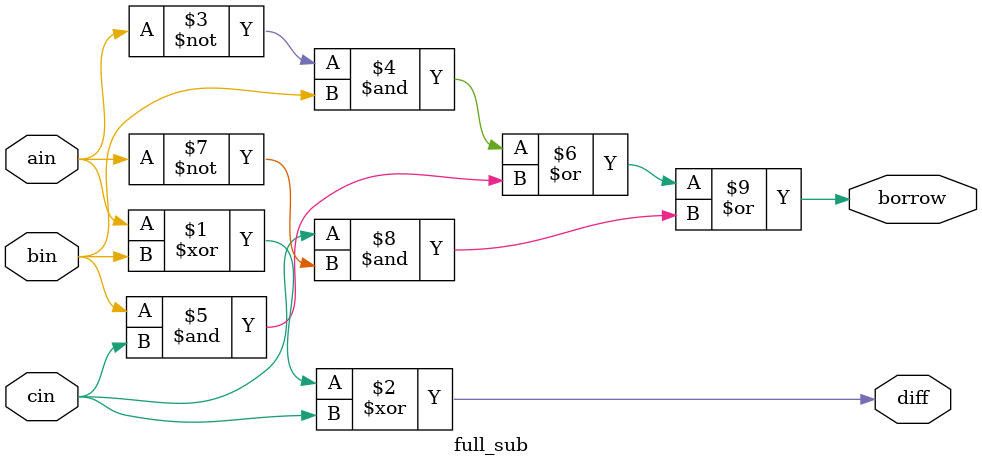
<source format=v>
`timescale 1ns / 1ps
module full_sub(
output borrow,
    output diff,
    input ain,
    input bin,
    input cin
    );
	assign diff = ain^bin^cin;

    assign borrow = ((~ain)&bin) | (bin&cin) |(cin&(~ain));


endmodule

</source>
